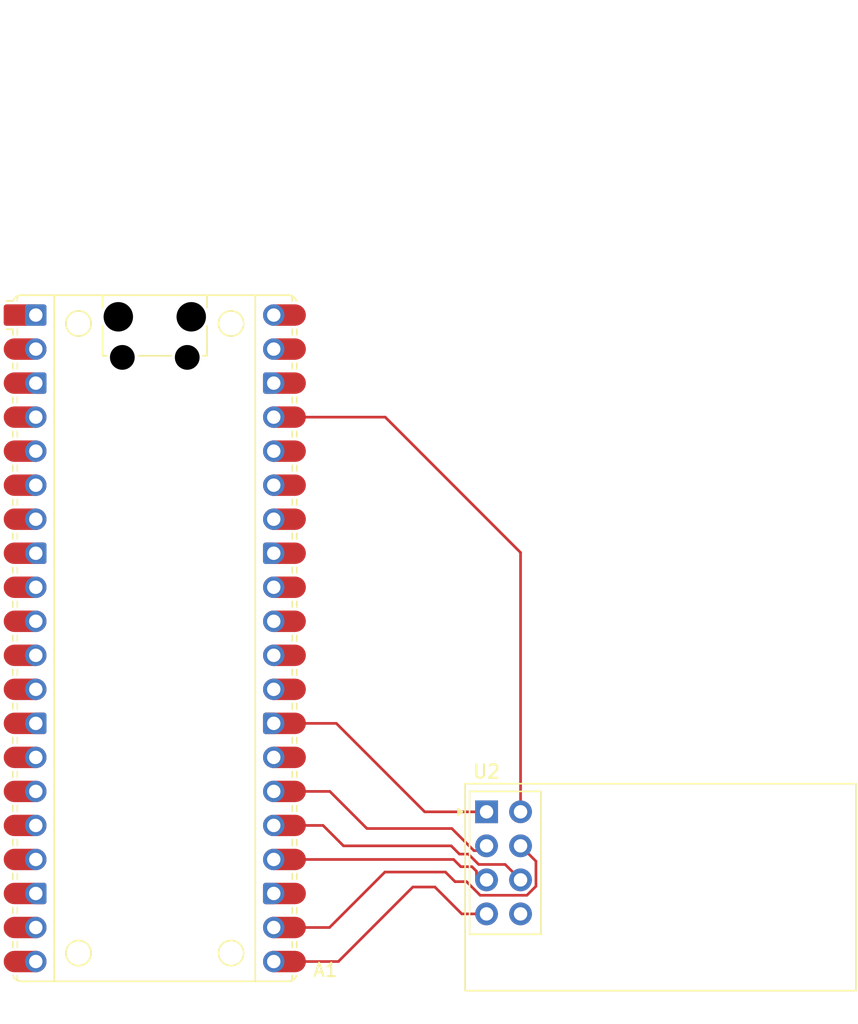
<source format=kicad_pcb>
(kicad_pcb (version 20240108) (generator "pcbnew") (generator_version "8.0")
  (layers (0 "F.Cu" signal) (31 "B.Cu" signal) (34 "B.Paste" user) (35 "F.Paste" user) (36 "B.SilkS" user "B.Silkscreen") (37 "F.SilkS" user "F.Silkscreen") (38 "B.Mask" user) (39 "F.Mask" user) (44 "Edge.Cuts" user))
  (net 0 "")
  (net 1 "Net-(A1-GPIO20)")
  (net 2 "Net-(A1-GPIO19)")
  (net 3 "Net-(A1-GPIO16)")
  (net 4 "Net-(A1-GPIO18)")
  (net 5 "3.3 VDD")
  (net 7 "Net-(A1-GPIO17)")
  (net 8 "GND")
  (footprint "RF_Module:nRF24L01_Breakout" (layer "F.Cu") (at 137.922 79.8322)
    (property "Reference" "U2" (at 0 -3 0) (layer "F.SilkS"))
    (property "Value" "NRF24L01_Breakout")
    (fp_line (start -1.6 -2.1) (end -1.6 -2.1) (stroke (width 0.12)) (layer "F.SilkS"))
    (fp_line (start -1.6 -2.1) (end 27.6 -2.1) (stroke (width 0.12)) (layer "F.SilkS"))
    (fp_line (start -1.6 13.35) (end -1.6 -2.1) (stroke (width 0.12)) (layer "F.SilkS"))
    (fp_line (start -1.27 -1.524) (end -1.27 -1.524) (stroke (width 0.12)) (layer "F.SilkS"))
    (fp_line (start -1.27 -1.524) (end 4.064 -1.524) (stroke (width 0.12)) (layer "F.SilkS"))
    (fp_line (start -1.27 9.144) (end -1.27 -1.524) (stroke (width 0.12)) (layer "F.SilkS"))
    (fp_line (start -1.27 9.144) (end -1.27 9.144) (stroke (width 0.12)) (layer "F.SilkS"))
    (fp_line (start 4.064 -1.524) (end 4.064 9.144) (stroke (width 0.12)) (layer "F.SilkS"))
    (fp_line (start 4.064 9.144) (end -1.27 9.144) (stroke (width 0.12)) (layer "F.SilkS"))
    (fp_line (start 27.6 -2.1) (end 27.6 13.35) (stroke (width 0.12)) (layer "F.SilkS"))
    (fp_line (start 27.6 13.35) (end -1.6 13.35) (stroke (width 0.12)) (layer "F.SilkS"))
    (fp_poly (pts (xy -1.8 0) (xy -2.136 0.24) (xy -2.136 -0.24) (xy -1.8 0)) (stroke (width 0.12)) (fill solid) (layer "F.SilkS"))
    (pad "1" thru_hole rect (at 0 0) (size 1.7 1.7) (drill 1) (layers "*.Cu" "*.Mask") (net 8 "GND"))
    (pad "2" thru_hole circle (at 2.54 0) (size 1.7 1.7) (drill 1) (layers "*.Cu" "*.Mask") (net 5 "3.3 VDD"))
    (pad "3" thru_hole circle (at 0 2.54) (size 1.7 1.7) (drill 1) (layers "*.Cu" "*.Mask") (net 1 "Net-(A1-GPIO20)"))
    (pad "4" thru_hole circle (at 2.54 2.54) (size 1.7 1.7) (drill 1) (layers "*.Cu" "*.Mask") (net 7 "Net-(A1-GPIO17)"))
    (pad "5" thru_hole circle (at 0 5.08) (size 1.7 1.7) (drill 1) (layers "*.Cu" "*.Mask") (net 4 "Net-(A1-GPIO18)"))
    (pad "6" thru_hole circle (at 2.54 5.08) (size 1.7 1.7) (drill 1) (layers "*.Cu" "*.Mask") (net 2 "Net-(A1-GPIO19)"))
    (pad "7" thru_hole circle (at 0 7.62) (size 1.7 1.7) (drill 1) (layers "*.Cu" "*.Mask") (net 3 "Net-(A1-GPIO16)"))
    (pad "8" thru_hole circle (at 2.54 7.62) (size 1.7 1.7) (drill 1) (layers "*.Cu" "*.Mask"))
  )
  (footprint "PiPico:RaspberryPi_Pico_Common" (layer "F.Cu") (at 113.1316 66.8782)
    (property "Reference" "A1" (at 11.7475 24.765 0) (layer "F.SilkS") (effects (justify left)))
    (property "Value" "RaspberryPi_Pico")
    (fp_line (start -10.61 -23.07) (end -11.09 -23.07) (stroke (width 0.12)) (layer "F.SilkS"))
    (fp_line (start -10.61 -23.07) (end -10.61 -22.65) (stroke (width 0.12)) (layer "F.SilkS"))
    (fp_line (start -10.61 -20.53) (end -10.61 -20.11) (stroke (width 0.12)) (layer "F.SilkS"))
    (fp_line (start -10.61 -17.99) (end -10.61 -17.57) (stroke (width 0.12)) (layer "F.SilkS"))
    (fp_line (start -10.61 -15.45) (end -10.61 -15.03) (stroke (width 0.12)) (layer "F.SilkS"))
    (fp_line (start -10.61 -12.91) (end -10.61 -12.49) (stroke (width 0.12)) (layer "F.SilkS"))
    (fp_line (start -10.61 -10.37) (end -10.61 -9.95) (stroke (width 0.12)) (layer "F.SilkS"))
    (fp_line (start -10.61 -7.83) (end -10.61 -7.41) (stroke (width 0.12)) (layer "F.SilkS"))
    (fp_line (start -10.61 -5.29) (end -10.61 -4.87) (stroke (width 0.12)) (layer "F.SilkS"))
    (fp_line (start -10.61 -2.75) (end -10.61 -2.33) (stroke (width 0.12)) (layer "F.SilkS"))
    (fp_line (start -10.61 -0.21) (end -10.61 0.21) (stroke (width 0.12)) (layer "F.SilkS"))
    (fp_line (start -10.61 2.33) (end -10.61 2.75) (stroke (width 0.12)) (layer "F.SilkS"))
    (fp_line (start -10.61 4.87) (end -10.61 5.29) (stroke (width 0.12)) (layer "F.SilkS"))
    (fp_line (start -10.61 7.41) (end -10.61 7.83) (stroke (width 0.12)) (layer "F.SilkS"))
    (fp_line (start -10.61 9.95) (end -10.61 10.37) (stroke (width 0.12)) (layer "F.SilkS"))
    (fp_line (start -10.61 12.49) (end -10.61 12.91) (stroke (width 0.12)) (layer "F.SilkS"))
    (fp_line (start -10.61 15.03) (end -10.61 15.45) (stroke (width 0.12)) (layer "F.SilkS"))
    (fp_line (start -10.61 17.57) (end -10.61 17.99) (stroke (width 0.12)) (layer "F.SilkS"))
    (fp_line (start -10.61 20.11) (end -10.61 20.53) (stroke (width 0.12)) (layer "F.SilkS"))
    (fp_line (start -10.61 22.65) (end -10.61 23.07) (stroke (width 0.12)) (layer "F.SilkS"))
    (fp_line (start -10.579676 -25.19) (end -11.09 -25.19) (stroke (width 0.12)) (layer "F.SilkS"))
    (fp_line (start -10.27 -25.189937) (end -10.27 -25.547) (stroke (width 0.12)) (layer "F.SilkS"))
    (fp_line (start -10.27 -23.07) (end -10.27 -22.65) (stroke (width 0.12)) (layer "F.SilkS"))
    (fp_line (start -10.27 -20.53) (end -10.27 -20.11) (stroke (width 0.12)) (layer "F.SilkS"))
    (fp_line (start -10.27 -17.99) (end -10.27 -17.57) (stroke (width 0.12)) (layer "F.SilkS"))
    (fp_line (start -10.27 -15.45) (end -10.27 -15.03) (stroke (width 0.12)) (layer "F.SilkS"))
    (fp_line (start -10.27 -12.91) (end -10.27 -12.49) (stroke (width 0.12)) (layer "F.SilkS"))
    (fp_line (start -10.27 -10.37) (end -10.27 -9.95) (stroke (width 0.12)) (layer "F.SilkS"))
    (fp_line (start -10.27 -7.83) (end -10.27 -7.41) (stroke (width 0.12)) (layer "F.SilkS"))
    (fp_line (start -10.27 -5.29) (end -10.27 -4.87) (stroke (width 0.12)) (layer "F.SilkS"))
    (fp_line (start -10.27 -2.75) (end -10.27 -2.33) (stroke (width 0.12)) (layer "F.SilkS"))
    (fp_line (start -10.27 -0.21) (end -10.27 0.21) (stroke (width 0.12)) (layer "F.SilkS"))
    (fp_line (start -10.27 2.33) (end -10.27 2.75) (stroke (width 0.12)) (layer "F.SilkS"))
    (fp_line (start -10.27 4.87) (end -10.27 5.29) (stroke (width 0.12)) (layer "F.SilkS"))
    (fp_line (start -10.27 7.41) (end -10.27 7.83) (stroke (width 0.12)) (layer "F.SilkS"))
    (fp_line (start -10.27 9.95) (end -10.27 10.37) (stroke (width 0.12)) (layer "F.SilkS"))
    (fp_line (start -10.27 12.49) (end -10.27 12.91) (stroke (width 0.12)) (layer "F.SilkS"))
    (fp_line (start -10.27 15.03) (end -10.27 15.45) (stroke (width 0.12)) (layer "F.SilkS"))
    (fp_line (start -10.27 17.57) (end -10.27 17.99) (stroke (width 0.12)) (layer "F.SilkS"))
    (fp_line (start -10.27 20.11) (end -10.27 20.53) (stroke (width 0.12)) (layer "F.SilkS"))
    (fp_line (start -10.27 22.65) (end -10.27 23.07) (stroke (width 0.12)) (layer "F.SilkS"))
    (fp_line (start -10.27 25.189937) (end -10.27 25.547) (stroke (width 0.12)) (layer "F.SilkS"))
    (fp_line (start -10 -25.61) (end -7.51 -25.61) (stroke (width 0.12)) (layer "F.SilkS"))
    (fp_line (start -10 25.61) (end -3.6 25.61) (stroke (width 0.12)) (layer "F.SilkS"))
    (fp_line (start -7.51 -25.61) (end -7.51 -24.69648) (stroke (width 0.12)) (layer "F.SilkS"))
    (fp_line (start -7.51 -25.61) (end -4.235 -25.61) (stroke (width 0.12)) (layer "F.SilkS"))
    (fp_line (start -7.51 -24.69648) (end -7.51 -22.30352) (stroke (width 0.12)) (layer "F.SilkS"))
    (fp_line (start -7.51 -22.30352) (end -7.51 22.30352) (stroke (width 0.12)) (layer "F.SilkS"))
    (fp_line (start -7.51 22.30352) (end -7.51 24.69648) (stroke (width 0.12)) (layer "F.SilkS"))
    (fp_line (start -7.51 24.69648) (end -7.51 25.61) (stroke (width 0.12)) (layer "F.SilkS"))
    (fp_line (start -4.235 -25.61) (end 4.235 -25.61) (stroke (width 0.12)) (layer "F.SilkS"))
    (fp_line (start -3.9 -25.61) (end -3.9 -24.694) (stroke (width 0.12)) (layer "F.SilkS"))
    (fp_line (start -3.9 -23.3152) (end -3.9 -21.09) (stroke (width 0.12)) (layer "F.SilkS"))
    (fp_line (start -3.9 -21.09) (end -3.60391 -21.09) (stroke (width 0.12)) (layer "F.SilkS"))
    (fp_line (start -1.24609 -21.09) (end 1.24609 -21.09) (stroke (width 0.12)) (layer "F.SilkS"))
    (fp_line (start 3.6 25.61) (end -3.6 25.61) (stroke (width 0.12)) (layer "F.SilkS"))
    (fp_line (start 3.6 25.61) (end 10 25.61) (stroke (width 0.12)) (layer "F.SilkS"))
    (fp_line (start 3.60391 -21.09) (end 3.9 -21.09) (stroke (width 0.12)) (layer "F.SilkS"))
    (fp_line (start 3.9 -25.61) (end 3.9 -24.694) (stroke (width 0.12)) (layer "F.SilkS"))
    (fp_line (start 3.9 -23.3152) (end 3.9 -21.09) (stroke (width 0.12)) (layer "F.SilkS"))
    (fp_line (start 4.235 -25.61) (end 7.51 -25.61) (stroke (width 0.12)) (layer "F.SilkS"))
    (fp_line (start 7.51 -25.61) (end 7.51 -24.69648) (stroke (width 0.12)) (layer "F.SilkS"))
    (fp_line (start 7.51 -24.69648) (end 7.51 -22.30352) (stroke (width 0.12)) (layer "F.SilkS"))
    (fp_line (start 7.51 -22.30352) (end 7.51 22.30352) (stroke (width 0.12)) (layer "F.SilkS"))
    (fp_line (start 7.51 22.30352) (end 7.51 24.69648) (stroke (width 0.12)) (layer "F.SilkS"))
    (fp_line (start 7.51 24.69648) (end 7.51 25.61) (stroke (width 0.12)) (layer "F.SilkS"))
    (fp_line (start 10 -25.61) (end 7.51 -25.61) (stroke (width 0.12)) (layer "F.SilkS"))
    (fp_line (start 10.27 -25.189937) (end 10.27 -25.547) (stroke (width 0.12)) (layer "F.SilkS"))
    (fp_line (start 10.27 -23.07) (end 10.27 -22.65) (stroke (width 0.12)) (layer "F.SilkS"))
    (fp_line (start 10.27 -20.53) (end 10.27 -20.11) (stroke (width 0.12)) (layer "F.SilkS"))
    (fp_line (start 10.27 -17.99) (end 10.27 -17.57) (stroke (width 0.12)) (layer "F.SilkS"))
    (fp_line (start 10.27 -15.45) (end 10.27 -15.03) (stroke (width 0.12)) (layer "F.SilkS"))
    (fp_line (start 10.27 -12.91) (end 10.27 -12.49) (stroke (width 0.12)) (layer "F.SilkS"))
    (fp_line (start 10.27 -10.37) (end 10.27 -9.95) (stroke (width 0.12)) (layer "F.SilkS"))
    (fp_line (start 10.27 -7.83) (end 10.27 -7.41) (stroke (width 0.12)) (layer "F.SilkS"))
    (fp_line (start 10.27 -5.29) (end 10.27 -4.87) (stroke (width 0.12)) (layer "F.SilkS"))
    (fp_line (start 10.27 -2.75) (end 10.27 -2.33) (stroke (width 0.12)) (layer "F.SilkS"))
    (fp_line (start 10.27 -0.21) (end 10.27 0.21) (stroke (width 0.12)) (layer "F.SilkS"))
    (fp_line (start 10.27 2.33) (end 10.27 2.75) (stroke (width 0.12)) (layer "F.SilkS"))
    (fp_line (start 10.27 4.87) (end 10.27 5.29) (stroke (width 0.12)) (layer "F.SilkS"))
    (fp_line (start 10.27 7.41) (end 10.27 7.83) (stroke (width 0.12)) (layer "F.SilkS"))
    (fp_line (start 10.27 9.95) (end 10.27 10.37) (stroke (width 0.12)) (layer "F.SilkS"))
    (fp_line (start 10.27 12.49) (end 10.27 12.91) (stroke (width 0.12)) (layer "F.SilkS"))
    (fp_line (start 10.27 15.03) (end 10.27 15.45) (stroke (width 0.12)) (layer "F.SilkS"))
    (fp_line (start 10.27 17.57) (end 10.27 17.99) (stroke (width 0.12)) (layer "F.SilkS"))
    (fp_line (start 10.27 20.11) (end 10.27 20.53) (stroke (width 0.12)) (layer "F.SilkS"))
    (fp_line (start 10.27 22.65) (end 10.27 23.07) (stroke (width 0.12)) (layer "F.SilkS"))
    (fp_line (start 10.27 25.189937) (end 10.27 25.547) (stroke (width 0.12)) (layer "F.SilkS"))
    (fp_line (start 10.61 -23.07) (end 10.61 -22.65) (stroke (width 0.12)) (layer "F.SilkS"))
    (fp_line (start 10.61 -20.53) (end 10.61 -20.11) (stroke (width 0.12)) (layer "F.SilkS"))
    (fp_line (start 10.61 -17.99) (end 10.61 -17.57) (stroke (width 0.12)) (layer "F.SilkS"))
    (fp_line (start 10.61 -15.45) (end 10.61 -15.03) (stroke (width 0.12)) (layer "F.SilkS"))
    (fp_line (start 10.61 -12.91) (end 10.61 -12.49) (stroke (width 0.12)) (layer "F.SilkS"))
    (fp_line (start 10.61 -10.37) (end 10.61 -9.95) (stroke (width 0.12)) (layer "F.SilkS"))
    (fp_line (start 10.61 -7.83) (end 10.61 -7.41) (stroke (width 0.12)) (layer "F.SilkS"))
    (fp_line (start 10.61 -5.29) (end 10.61 -4.87) (stroke (width 0.12)) (layer "F.SilkS"))
    (fp_line (start 10.61 -2.75) (end 10.61 -2.33) (stroke (width 0.12)) (layer "F.SilkS"))
    (fp_line (start 10.61 -0.21) (end 10.61 0.21) (stroke (width 0.12)) (layer "F.SilkS"))
    (fp_line (start 10.61 2.33) (end 10.61 2.75) (stroke (width 0.12)) (layer "F.SilkS"))
    (fp_line (start 10.61 4.87) (end 10.61 5.29) (stroke (width 0.12)) (layer "F.SilkS"))
    (fp_line (start 10.61 7.41) (end 10.61 7.83) (stroke (width 0.12)) (layer "F.SilkS"))
    (fp_line (start 10.61 9.95) (end 10.61 10.37) (stroke (width 0.12)) (layer "F.SilkS"))
    (fp_line (start 10.61 12.49) (end 10.61 12.91) (stroke (width 0.12)) (layer "F.SilkS"))
    (fp_line (start 10.61 15.03) (end 10.61 15.45) (stroke (width 0.12)) (layer "F.SilkS"))
    (fp_line (start 10.61 17.57) (end 10.61 17.99) (stroke (width 0.12)) (layer "F.SilkS"))
    (fp_line (start 10.61 20.11) (end 10.61 20.53) (stroke (width 0.12)) (layer "F.SilkS"))
    (fp_line (start 10.61 22.65) (end 10.61 23.07) (stroke (width 0.12)) (layer "F.SilkS"))
    (fp_arc (start -10.579676 -25.19) (mid -10.357916 -25.49396) (end -10 -25.61) (stroke (width 0.12)) (layer "F.SilkS"))
    (fp_arc (start -10 25.61) (mid -10.357937 25.493944) (end -10.579676 25.189937) (stroke (width 0.12)) (layer "F.SilkS"))
    (fp_arc (start 10 -25.61) (mid 10.357937 -25.493944) (end 10.579676 -25.189937) (stroke (width 0.12)) (layer "F.SilkS"))
    (fp_arc (start 10.579676 25.189937) (mid 10.357949 25.493953) (end 10 25.61) (stroke (width 0.12)) (layer "F.SilkS"))
    (fp_circle (center -5.7 -23.5) (end -4.76 -23.5) (stroke (width 0.12)) (fill none) (layer "F.SilkS"))
    (fp_circle (center -5.7 23.5) (end -4.76 23.5) (stroke (width 0.12)) (fill none) (layer "F.SilkS"))
    (fp_circle (center 5.7 -23.5) (end 6.64 -23.5) (stroke (width 0.12)) (fill none) (layer "F.SilkS"))
    (fp_circle (center 5.7 23.5) (end 6.64 23.5) (stroke (width 0.12)) (fill none) (layer "F.SilkS"))
    (pad "" np_thru_hole circle (at -2.725 -24) (size 2.2 2.2) (drill 2.2) (layers "*.Mask"))
    (pad "" np_thru_hole circle (at -2.425 -20.97) (size 1.85 1.85) (drill 1.85) (layers "*.Mask"))
    (pad "" np_thru_hole circle (at 2.425 -20.97) (size 1.85 1.85) (drill 1.85) (layers "*.Mask"))
    (pad "" np_thru_hole circle (at 2.725 -24) (size 2.2 2.2) (drill 2.2) (layers "*.Mask"))
    (pad "1" thru_hole roundrect (at -8.89 -24.13) (size 1.6 1.6) (drill 1) (layers "*.Cu" "*.Mask") (roundrect_rratio 0.125))
    (pad "1" smd custom (at -8.89 -24.13) (size 1.6 1.6) (layers "F.Cu" "F.Mask") (options (clearance outline) (anchor circle)) (primitives (gr_poly (pts (xy -2.4 0.6) (xy -2.4 -0.6) (xy -2.2 -0.8) (xy 0 -0.8) (xy 0 0.8) (xy -2.2 0.8)) (width 0) (fill yes)) (gr_circle (center -2.2 0.6) (end -2 0.6) (width 0) (fill yes)) (gr_circle (center -2.2 -0.6) (end -2 -0.6) (width 0) (fill yes))))
    (pad "2" thru_hole circle (at -8.89 -21.59) (size 1.6 1.6) (drill 1) (layers "*.Cu" "*.Mask"))
    (pad "2" smd roundrect (at -8.89 -21.59) (size 3.2 1.6) (drill (offset -0.8 0)) (layers "F.Cu" "F.Mask") (roundrect_rratio 0.5))
    (pad "3" thru_hole custom (at -8.89 -19.05) (size 1.6 1.6) (drill 1) (layers "*.Cu" "*.Mask") (net 8 "GND") (options (clearance outline) (anchor circle)) (primitives (gr_poly (pts (xy 0.8 0.6) (xy 0.8 -0.6) (xy 0.6 -0.8) (xy 0 -0.8) (xy 0 0.8) (xy 0.6 0.8)) (width 0) (fill yes)) (gr_circle (center 0.6 0.6) (end 0.8 0.6) (width 0) (fill yes)) (gr_circle (center 0.6 -0.6) (end 0.8 -0.6) (width 0) (fill yes))))
    (pad "3" smd custom (at -8.89 -19.05) (size 1.6 1.6) (layers "F.Cu" "F.Mask") (net 8 "GND") (options (clearance outline) (anchor circle)) (primitives (gr_poly (pts (xy 0.8 -0.6) (xy 0.8 0.6) (xy 0.6 0.8) (xy -1.6 0.8) (xy -1.6 -0.8) (xy 0.6 -0.8)) (width 0) (fill yes)) (gr_circle (center 0.6 0.6) (end 0.8 0.6) (width 0) (fill yes)) (gr_circle (center 0.6 -0.6) (end 0.8 -0.6) (width 0) (fill yes)) (gr_circle (center -1.6 0) (end -0.8 0) (width 0) (fill yes))))
    (pad "4" thru_hole circle (at -8.89 -16.51) (size 1.6 1.6) (drill 1) (layers "*.Cu" "*.Mask"))
    (pad "4" smd roundrect (at -8.89 -16.51) (size 3.2 1.6) (drill (offset -0.8 0)) (layers "F.Cu" "F.Mask") (roundrect_rratio 0.5))
    (pad "5" thru_hole circle (at -8.89 -13.97) (size 1.6 1.6) (drill 1) (layers "*.Cu" "*.Mask"))
    (pad "5" smd roundrect (at -8.89 -13.97) (size 3.2 1.6) (drill (offset -0.8 0)) (layers "F.Cu" "F.Mask") (roundrect_rratio 0.5))
    (pad "6" thru_hole circle (at -8.89 -11.43) (size 1.6 1.6) (drill 1) (layers "*.Cu" "*.Mask"))
    (pad "6" smd roundrect (at -8.89 -11.43) (size 3.2 1.6) (drill (offset -0.8 0)) (layers "F.Cu" "F.Mask") (roundrect_rratio 0.5))
    (pad "7" thru_hole circle (at -8.89 -8.89) (size 1.6 1.6) (drill 1) (layers "*.Cu" "*.Mask"))
    (pad "7" smd roundrect (at -8.89 -8.89) (size 3.2 1.6) (drill (offset -0.8 0)) (layers "F.Cu" "F.Mask") (roundrect_rratio 0.5))
    (pad "8" thru_hole custom (at -8.89 -6.35) (size 1.6 1.6) (drill 1) (layers "*.Cu" "*.Mask") (net 8 "GND") (options (clearance outline) (anchor circle)) (primitives (gr_poly (pts (xy 0.8 0.6) (xy 0.8 -0.6) (xy 0.6 -0.8) (xy 0 -0.8) (xy 0 0.8) (xy 0.6 0.8)) (width 0) (fill yes)) (gr_circle (center 0.6 0.6) (end 0.8 0.6) (width 0) (fill yes)) (gr_circle (center 0.6 -0.6) (end 0.8 -0.6) (width 0) (fill yes))))
    (pad "8" smd custom (at -8.89 -6.35) (size 1.6 1.6) (layers "F.Cu" "F.Mask") (net 8 "GND") (options (clearance outline) (anchor circle)) (primitives (gr_poly (pts (xy 0.8 -0.6) (xy 0.8 0.6) (xy 0.6 0.8) (xy -1.6 0.8) (xy -1.6 -0.8) (xy 0.6 -0.8)) (width 0) (fill yes)) (gr_circle (center 0.6 0.6) (end 0.8 0.6) (width 0) (fill yes)) (gr_circle (center 0.6 -0.6) (end 0.8 -0.6) (width 0) (fill yes)) (gr_circle (center -1.6 0) (end -0.8 0) (width 0) (fill yes))))
    (pad "9" thru_hole circle (at -8.89 -3.81) (size 1.6 1.6) (drill 1) (layers "*.Cu" "*.Mask"))
    (pad "9" smd roundrect (at -8.89 -3.81) (size 3.2 1.6) (drill (offset -0.8 0)) (layers "F.Cu" "F.Mask") (roundrect_rratio 0.5))
    (pad "10" thru_hole circle (at -8.89 -1.27) (size 1.6 1.6) (drill 1) (layers "*.Cu" "*.Mask"))
    (pad "10" smd roundrect (at -8.89 -1.27) (size 3.2 1.6) (drill (offset -0.8 0)) (layers "F.Cu" "F.Mask") (roundrect_rratio 0.5))
    (pad "11" thru_hole circle (at -8.89 1.27) (size 1.6 1.6) (drill 1) (layers "*.Cu" "*.Mask"))
    (pad "11" smd roundrect (at -8.89 1.27) (size 3.2 1.6) (drill (offset -0.8 0)) (layers "F.Cu" "F.Mask") (roundrect_rratio 0.5))
    (pad "12" thru_hole circle (at -8.89 3.81) (size 1.6 1.6) (drill 1) (layers "*.Cu" "*.Mask"))
    (pad "12" smd roundrect (at -8.89 3.81) (size 3.2 1.6) (drill (offset -0.8 0)) (layers "F.Cu" "F.Mask") (roundrect_rratio 0.5))
    (pad "13" thru_hole custom (at -8.89 6.35) (size 1.6 1.6) (drill 1) (layers "*.Cu" "*.Mask") (net 8 "GND") (options (clearance outline) (anchor circle)) (primitives (gr_poly (pts (xy 0.8 0.6) (xy 0.8 -0.6) (xy 0.6 -0.8) (xy 0 -0.8) (xy 0 0.8) (xy 0.6 0.8)) (width 0) (fill yes)) (gr_circle (center 0.6 0.6) (end 0.8 0.6) (width 0) (fill yes)) (gr_circle (center 0.6 -0.6) (end 0.8 -0.6) (width 0) (fill yes))))
    (pad "13" smd custom (at -8.89 6.35) (size 1.6 1.6) (layers "F.Cu" "F.Mask") (net 8 "GND") (options (clearance outline) (anchor circle)) (primitives (gr_poly (pts (xy 0.8 -0.6) (xy 0.8 0.6) (xy 0.6 0.8) (xy -1.6 0.8) (xy -1.6 -0.8) (xy 0.6 -0.8)) (width 0) (fill yes)) (gr_circle (center 0.6 0.6) (end 0.8 0.6) (width 0) (fill yes)) (gr_circle (center 0.6 -0.6) (end 0.8 -0.6) (width 0) (fill yes)) (gr_circle (center -1.6 0) (end -0.8 0) (width 0) (fill yes))))
    (pad "14" thru_hole circle (at -8.89 8.89) (size 1.6 1.6) (drill 1) (layers "*.Cu" "*.Mask"))
    (pad "14" smd roundrect (at -8.89 8.89) (size 3.2 1.6) (drill (offset -0.8 0)) (layers "F.Cu" "F.Mask") (roundrect_rratio 0.5))
    (pad "15" thru_hole circle (at -8.89 11.43) (size 1.6 1.6) (drill 1) (layers "*.Cu" "*.Mask"))
    (pad "15" smd roundrect (at -8.89 11.43) (size 3.2 1.6) (drill (offset -0.8 0)) (layers "F.Cu" "F.Mask") (roundrect_rratio 0.5))
    (pad "16" thru_hole circle (at -8.89 13.97) (size 1.6 1.6) (drill 1) (layers "*.Cu" "*.Mask"))
    (pad "16" smd roundrect (at -8.89 13.97) (size 3.2 1.6) (drill (offset -0.8 0)) (layers "F.Cu" "F.Mask") (roundrect_rratio 0.5))
    (pad "17" thru_hole circle (at -8.89 16.51) (size 1.6 1.6) (drill 1) (layers "*.Cu" "*.Mask"))
    (pad "17" smd roundrect (at -8.89 16.51) (size 3.2 1.6) (drill (offset -0.8 0)) (layers "F.Cu" "F.Mask") (roundrect_rratio 0.5))
    (pad "18" thru_hole custom (at -8.89 19.05) (size 1.6 1.6) (drill 1) (layers "*.Cu" "*.Mask") (net 8 "GND") (options (clearance outline) (anchor circle)) (primitives (gr_poly (pts (xy 0.8 0.6) (xy 0.8 -0.6) (xy 0.6 -0.8) (xy 0 -0.8) (xy 0 0.8) (xy 0.6 0.8)) (width 0) (fill yes)) (gr_circle (center 0.6 0.6) (end 0.8 0.6) (width 0) (fill yes)) (gr_circle (center 0.6 -0.6) (end 0.8 -0.6) (width 0) (fill yes))))
    (pad "18" smd custom (at -8.89 19.05) (size 1.6 1.6) (layers "F.Cu" "F.Mask") (net 8 "GND") (options (clearance outline) (anchor circle)) (primitives (gr_poly (pts (xy 0.8 -0.6) (xy 0.8 0.6) (xy 0.6 0.8) (xy -1.6 0.8) (xy -1.6 -0.8) (xy 0.6 -0.8)) (width 0) (fill yes)) (gr_circle (center 0.6 0.6) (end 0.8 0.6) (width 0) (fill yes)) (gr_circle (center 0.6 -0.6) (end 0.8 -0.6) (width 0) (fill yes)) (gr_circle (center -1.6 0) (end -0.8 0) (width 0) (fill yes))))
    (pad "19" thru_hole circle (at -8.89 21.59) (size 1.6 1.6) (drill 1) (layers "*.Cu" "*.Mask"))
    (pad "19" smd roundrect (at -8.89 21.59) (size 3.2 1.6) (drill (offset -0.8 0)) (layers "F.Cu" "F.Mask") (roundrect_rratio 0.5))
    (pad "20" thru_hole circle (at -8.89 24.13) (size 1.6 1.6) (drill 1) (layers "*.Cu" "*.Mask"))
    (pad "20" smd roundrect (at -8.89 24.13) (size 3.2 1.6) (drill (offset -0.8 0)) (layers "F.Cu" "F.Mask") (roundrect_rratio 0.5))
    (pad "21" thru_hole circle (at 8.89 24.13) (size 1.6 1.6) (drill 1) (layers "*.Cu" "*.Mask") (net 3 "Net-(A1-GPIO16)"))
    (pad "21" smd roundrect (at 8.89 24.13) (size 3.2 1.6) (drill (offset 0.8 0)) (layers "F.Cu" "F.Mask") (roundrect_rratio 0.5) (net 3 "Net-(A1-GPIO16)"))
    (pad "22" thru_hole circle (at 8.89 21.59) (size 1.6 1.6) (drill 1) (layers "*.Cu" "*.Mask") (net 7 "Net-(A1-GPIO17)"))
    (pad "22" smd roundrect (at 8.89 21.59) (size 3.2 1.6) (drill (offset 0.8 0)) (layers "F.Cu" "F.Mask") (roundrect_rratio 0.5) (net 7 "Net-(A1-GPIO17)"))
    (pad "23" thru_hole custom (at 8.89 19.05) (size 1.6 1.6) (drill 1) (layers "*.Cu" "*.Mask") (net 8 "GND") (options (clearance outline) (anchor circle)) (primitives (gr_poly (pts (xy -0.8 0.6) (xy -0.8 -0.6) (xy -0.6 -0.8) (xy 0 -0.8) (xy 0 0.8) (xy -0.6 0.8)) (width 0) (fill yes)) (gr_circle (center -0.6 0.6) (end -0.4 0.6) (width 0) (fill yes)) (gr_circle (center -0.6 -0.6) (end -0.4 -0.6) (width 0) (fill yes))))
    (pad "23" smd custom (at 8.89 19.05) (size 1.6 1.6) (layers "F.Cu" "F.Mask") (net 8 "GND") (options (clearance outline) (anchor circle)) (primitives (gr_poly (pts (xy -0.8 -0.6) (xy -0.8 0.6) (xy -0.6 0.8) (xy 1.6 0.8) (xy 1.6 -0.8) (xy -0.6 -0.8)) (width 0) (fill yes)) (gr_circle (center -0.6 0.6) (end -0.4 0.6) (width 0) (fill yes)) (gr_circle (center -0.6 -0.6) (end -0.4 -0.6) (width 0) (fill yes)) (gr_circle (center 1.6 0) (end 2.4 0) (width 0) (fill yes))))
    (pad "24" thru_hole circle (at 8.89 16.51) (size 1.6 1.6) (drill 1) (layers "*.Cu" "*.Mask") (net 4 "Net-(A1-GPIO18)"))
    (pad "24" smd roundrect (at 8.89 16.51) (size 3.2 1.6) (drill (offset 0.8 0)) (layers "F.Cu" "F.Mask") (roundrect_rratio 0.5) (net 4 "Net-(A1-GPIO18)"))
    (pad "25" thru_hole circle (at 8.89 13.97) (size 1.6 1.6) (drill 1) (layers "*.Cu" "*.Mask") (net 2 "Net-(A1-GPIO19)"))
    (pad "25" smd roundrect (at 8.89 13.97) (size 3.2 1.6) (drill (offset 0.8 0)) (layers "F.Cu" "F.Mask") (roundrect_rratio 0.5) (net 2 "Net-(A1-GPIO19)"))
    (pad "26" thru_hole circle (at 8.89 11.43) (size 1.6 1.6) (drill 1) (layers "*.Cu" "*.Mask") (net 1 "Net-(A1-GPIO20)"))
    (pad "26" smd roundrect (at 8.89 11.43) (size 3.2 1.6) (drill (offset 0.8 0)) (layers "F.Cu" "F.Mask") (roundrect_rratio 0.5) (net 1 "Net-(A1-GPIO20)"))
    (pad "27" thru_hole circle (at 8.89 8.89) (size 1.6 1.6) (drill 1) (layers "*.Cu" "*.Mask"))
    (pad "27" smd roundrect (at 8.89 8.89) (size 3.2 1.6) (drill (offset 0.8 0)) (layers "F.Cu" "F.Mask") (roundrect_rratio 0.5))
    (pad "28" thru_hole custom (at 8.89 6.35) (size 1.6 1.6) (drill 1) (layers "*.Cu" "*.Mask") (net 8 "GND") (options (clearance outline) (anchor circle)) (primitives (gr_poly (pts (xy -0.8 0.6) (xy -0.8 -0.6) (xy -0.6 -0.8) (xy 0 -0.8) (xy 0 0.8) (xy -0.6 0.8)) (width 0) (fill yes)) (gr_circle (center -0.6 0.6) (end -0.4 0.6) (width 0) (fill yes)) (gr_circle (center -0.6 -0.6) (end -0.4 -0.6) (width 0) (fill yes))))
    (pad "28" smd custom (at 8.89 6.35) (size 1.6 1.6) (layers "F.Cu" "F.Mask") (net 8 "GND") (options (clearance outline) (anchor circle)) (primitives (gr_poly (pts (xy -0.8 -0.6) (xy -0.8 0.6) (xy -0.6 0.8) (xy 1.6 0.8) (xy 1.6 -0.8) (xy -0.6 -0.8)) (width 0) (fill yes)) (gr_circle (center -0.6 0.6) (end -0.4 0.6) (width 0) (fill yes)) (gr_circle (center -0.6 -0.6) (end -0.4 -0.6) (width 0) (fill yes)) (gr_circle (center 1.6 0) (end 2.4 0) (width 0) (fill yes))))
    (pad "29" thru_hole circle (at 8.89 3.81) (size 1.6 1.6) (drill 1) (layers "*.Cu" "*.Mask"))
    (pad "29" smd roundrect (at 8.89 3.81) (size 3.2 1.6) (drill (offset 0.8 0)) (layers "F.Cu" "F.Mask") (roundrect_rratio 0.5))
    (pad "30" thru_hole circle (at 8.89 1.27) (size 1.6 1.6) (drill 1) (layers "*.Cu" "*.Mask"))
    (pad "30" smd roundrect (at 8.89 1.27) (size 3.2 1.6) (drill (offset 0.8 0)) (layers "F.Cu" "F.Mask") (roundrect_rratio 0.5))
    (pad "31" thru_hole circle (at 8.89 -1.27) (size 1.6 1.6) (drill 1) (layers "*.Cu" "*.Mask"))
    (pad "31" smd roundrect (at 8.89 -1.27) (size 3.2 1.6) (drill (offset 0.8 0)) (layers "F.Cu" "F.Mask") (roundrect_rratio 0.5))
    (pad "32" thru_hole circle (at 8.89 -3.81) (size 1.6 1.6) (drill 1) (layers "*.Cu" "*.Mask"))
    (pad "32" smd roundrect (at 8.89 -3.81) (size 3.2 1.6) (drill (offset 0.8 0)) (layers "F.Cu" "F.Mask") (roundrect_rratio 0.5))
    (pad "33" thru_hole custom (at 8.89 -6.35) (size 1.6 1.6) (drill 1) (layers "*.Cu" "*.Mask") (options (clearance outline) (anchor circle)) (primitives (gr_poly (pts (xy -0.8 0.6) (xy -0.8 -0.6) (xy -0.6 -0.8) (xy 0 -0.8) (xy 0 0.8) (xy -0.6 0.8)) (width 0) (fill yes)) (gr_circle (center -0.6 0.6) (end -0.4 0.6) (width 0) (fill yes)) (gr_circle (center -0.6 -0.6) (end -0.4 -0.6) (width 0) (fill yes))))
    (pad "33" smd custom (at 8.89 -6.35) (size 1.6 1.6) (layers "F.Cu" "F.Mask") (options (clearance outline) (anchor circle)) (primitives (gr_poly (pts (xy -0.8 -0.6) (xy -0.8 0.6) (xy -0.6 0.8) (xy 1.6 0.8) (xy 1.6 -0.8) (xy -0.6 -0.8)) (width 0) (fill yes)) (gr_circle (center -0.6 0.6) (end -0.4 0.6) (width 0) (fill yes)) (gr_circle (center -0.6 -0.6) (end -0.4 -0.6) (width 0) (fill yes)) (gr_circle (center 1.6 0) (end 2.4 0) (width 0) (fill yes))))
    (pad "34" thru_hole circle (at 8.89 -8.89) (size 1.6 1.6) (drill 1) (layers "*.Cu" "*.Mask"))
    (pad "34" smd roundrect (at 8.89 -8.89) (size 3.2 1.6) (drill (offset 0.8 0)) (layers "F.Cu" "F.Mask") (roundrect_rratio 0.5))
    (pad "35" thru_hole circle (at 8.89 -11.43) (size 1.6 1.6) (drill 1) (layers "*.Cu" "*.Mask"))
    (pad "35" smd roundrect (at 8.89 -11.43) (size 3.2 1.6) (drill (offset 0.8 0)) (layers "F.Cu" "F.Mask") (roundrect_rratio 0.5))
    (pad "36" thru_hole circle (at 8.89 -13.97) (size 1.6 1.6) (drill 1) (layers "*.Cu" "*.Mask"))
    (pad "36" smd roundrect (at 8.89 -13.97) (size 3.2 1.6) (drill (offset 0.8 0)) (layers "F.Cu" "F.Mask") (roundrect_rratio 0.5))
    (pad "37" thru_hole circle (at 8.89 -16.51) (size 1.6 1.6) (drill 1) (layers "*.Cu" "*.Mask") (net 5 "3.3 VDD"))
    (pad "37" smd roundrect (at 8.89 -16.51) (size 3.2 1.6) (drill (offset 0.8 0)) (layers "F.Cu" "F.Mask") (roundrect_rratio 0.5) (net 5 "3.3 VDD"))
    (pad "38" thru_hole custom (at 8.89 -19.05) (size 1.6 1.6) (drill 1) (layers "*.Cu" "*.Mask") (net 8 "GND") (options (clearance outline) (anchor circle)) (primitives (gr_poly (pts (xy -0.8 0.6) (xy -0.8 -0.6) (xy -0.6 -0.8) (xy 0 -0.8) (xy 0 0.8) (xy -0.6 0.8)) (width 0) (fill yes)) (gr_circle (center -0.6 0.6) (end -0.4 0.6) (width 0) (fill yes)) (gr_circle (center -0.6 -0.6) (end -0.4 -0.6) (width 0) (fill yes))))
    (pad "38" smd custom (at 8.89 -19.05) (size 1.6 1.6) (layers "F.Cu" "F.Mask") (net 8 "GND") (options (clearance outline) (anchor circle)) (primitives (gr_poly (pts (xy -0.8 -0.6) (xy -0.8 0.6) (xy -0.6 0.8) (xy 1.6 0.8) (xy 1.6 -0.8) (xy -0.6 -0.8)) (width 0) (fill yes)) (gr_circle (center -0.6 0.6) (end -0.4 0.6) (width 0) (fill yes)) (gr_circle (center -0.6 -0.6) (end -0.4 -0.6) (width 0) (fill yes)) (gr_circle (center 1.6 0) (end 2.4 0) (width 0) (fill yes))))
    (pad "39" thru_hole circle (at 8.89 -21.59) (size 1.6 1.6) (drill 1) (layers "*.Cu" "*.Mask"))
    (pad "39" smd roundrect (at 8.89 -21.59) (size 3.2 1.6) (drill (offset 0.8 0)) (layers "F.Cu" "F.Mask") (roundrect_rratio 0.5))
    (pad "40" thru_hole circle (at 8.89 -24.13) (size 1.6 1.6) (drill 1) (layers "*.Cu" "*.Mask"))
    (pad "40" smd roundrect (at 8.89 -24.13) (size 3.2 1.6) (drill (offset 0.8 0)) (layers "F.Cu" "F.Mask") (roundrect_rratio 0.5))
  )
  (segment (start 128.9812 81.0768) (end 126.2126 78.3082) (width 0.2) (layer "F.Cu") (net 1))
  (segment (start 136.97694 82.7278) (end 135.32594 81.0768) (width 0.2) (layer "F.Cu") (net 1))
  (segment (start 137.922 82.3722) (end 137.5664 82.7278) (width 0.2) (layer "F.Cu") (net 1))
  (segment (start 137.5664 82.7278) (end 136.97694 82.7278) (width 0.2) (layer "F.Cu") (net 1))
  (segment (start 135.32594 81.0768) (end 128.9812 81.0768) (width 0.2) (layer "F.Cu") (net 1))
  (segment (start 126.2126 78.3082) (end 122.0216 78.3082) (width 0.2) (layer "F.Cu") (net 1))
  (segment (start 137.337686 83.7622) (end 136.563686 82.9882) (width 0.2) (layer "F.Cu") (net 2))
  (segment (start 139.312 83.7622) (end 137.337686 83.7622) (width 0.2) (layer "F.Cu") (net 2))
  (segment (start 127.2286 82.3722) (end 125.7046 80.8482) (width 0.2) (layer "F.Cu") (net 2))
  (segment (start 136.563686 82.9882) (end 135.8964 82.9882) (width 0.2) (layer "F.Cu") (net 2))
  (segment (start 135.2804 82.3722) (end 127.2286 82.3722) (width 0.2) (layer "F.Cu") (net 2))
  (segment (start 140.462 84.9122) (end 139.312 83.7622) (width 0.2) (layer "F.Cu") (net 2))
  (segment (start 125.7046 80.8482) (end 122.0216 80.8482) (width 0.2) (layer "F.Cu") (net 2))
  (segment (start 135.8964 82.9882) (end 135.2804 82.3722) (width 0.2) (layer "F.Cu") (net 2))
  (segment (start 134.0612 85.4456) (end 132.4102 85.4456) (width 0.2) (layer "F.Cu") (net 3))
  (segment (start 126.8476 91.0082) (end 122.0216 91.0082) (width 0.2) (layer "F.Cu") (net 3))
  (segment (start 136.0678 87.4522) (end 134.0612 85.4456) (width 0.2) (layer "F.Cu") (net 3))
  (segment (start 137.922 87.4522) (end 136.0678 87.4522) (width 0.2) (layer "F.Cu") (net 3))
  (segment (start 132.4102 85.4456) (end 126.8476 91.0082) (width 0.2) (layer "F.Cu") (net 3))
  (segment (start 135.998 83.928) (end 135.4582 83.3882) (width 0.2) (layer "F.Cu") (net 4))
  (segment (start 137.172 84.9122) (end 137.172 84.270168) (width 0.2) (layer "F.Cu") (net 4))
  (segment (start 137.922 84.9122) (end 137.172 84.9122) (width 0.2) (layer "F.Cu") (net 4))
  (segment (start 136.829832 83.928) (end 135.998 83.928) (width 0.2) (layer "F.Cu") (net 4))
  (segment (start 135.4582 83.3882) (end 122.0216 83.3882) (width 0.2) (layer "F.Cu") (net 4))
  (segment (start 137.172 84.270168) (end 136.829832 83.928) (width 0.2) (layer "F.Cu") (net 4))
  (segment (start 122.0216 50.3682) (end 130.3528 50.3682) (width 0.2) (layer "F.Cu") (net 5))
  (segment (start 140.462 60.4774) (end 140.462 79.8322) (width 0.2) (layer "F.Cu") (net 5))
  (segment (start 130.3528 50.3682) (end 140.462 60.4774) (width 0.2) (layer "F.Cu") (net 5))
  (segment (start 140.462 82.3722) (end 141.612 83.5222) (width 0.2) (layer "F.Cu") (net 7))
  (segment (start 136.429054 85.0456) (end 135.5662 85.0456) (width 0.2) (layer "F.Cu") (net 7))
  (segment (start 134.8486 84.328) (end 130.3274 84.328) (width 0.2) (layer "F.Cu") (net 7))
  (segment (start 141.612 85.388546) (end 140.938346 86.0622) (width 0.2) (layer "F.Cu") (net 7))
  (segment (start 135.5662 85.0456) (end 134.8486 84.328) (width 0.2) (layer "F.Cu") (net 7))
  (segment (start 141.612 83.5222) (end 141.612 85.388546) (width 0.2) (layer "F.Cu") (net 7))
  (segment (start 126.1872 88.4682) (end 122.0216 88.4682) (width 0.2) (layer "F.Cu") (net 7))
  (segment (start 137.445654 86.0622) (end 136.429054 85.0456) (width 0.2) (layer "F.Cu") (net 7))
  (segment (start 140.938346 86.0622) (end 137.445654 86.0622) (width 0.2) (layer "F.Cu") (net 7))
  (segment (start 130.3274 84.328) (end 126.1872 88.4682) (width 0.2) (layer "F.Cu") (net 7))
  (segment (start 137.922 79.8322) (end 133.2992 79.8322) (width 0.2) (layer "F.Cu") (net 8))
  (segment (start 133.2992 79.8322) (end 126.6952 73.2282) (width 0.2) (layer "F.Cu") (net 8))
  (segment (start 126.6952 73.2282) (end 122.0216 73.2282) (width 0.2) (layer "F.Cu") (net 8))
)
</source>
